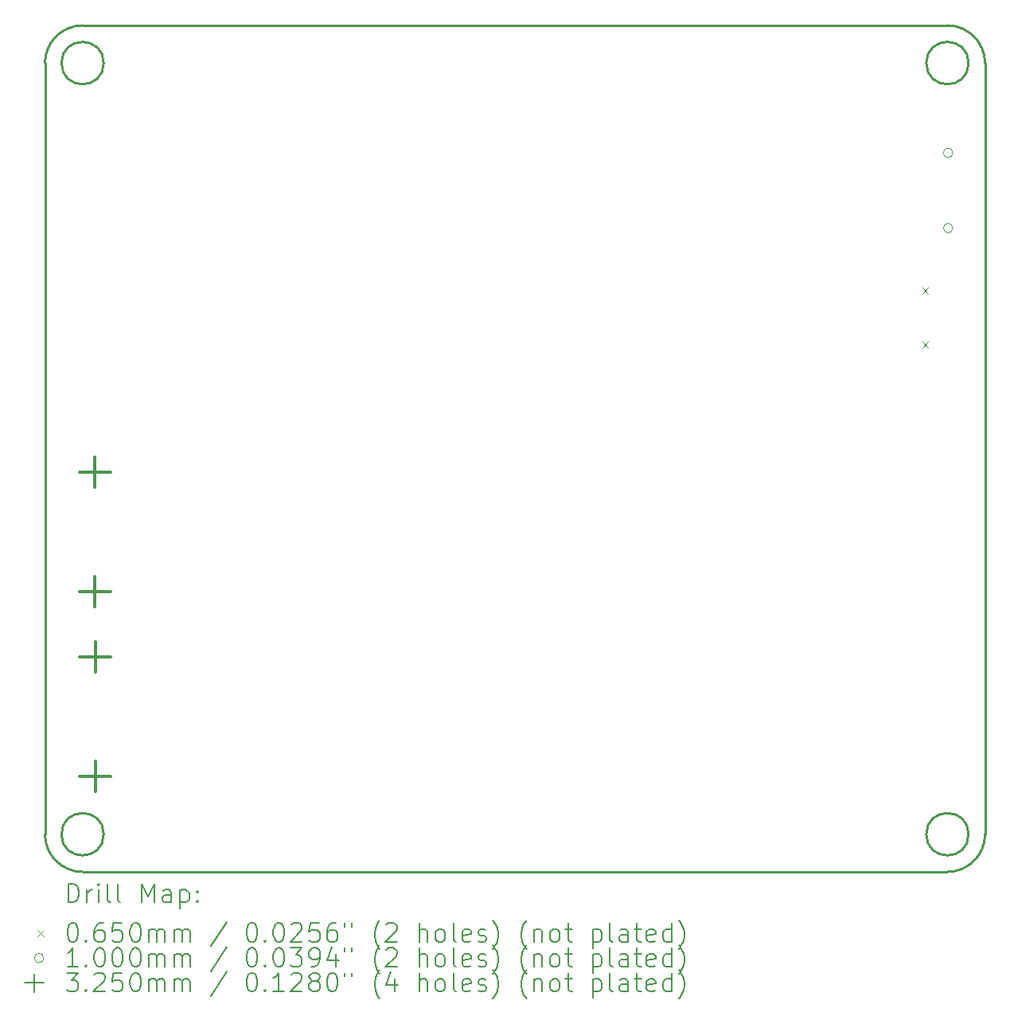
<source format=gbr>
%TF.GenerationSoftware,KiCad,Pcbnew,8.0.4*%
%TF.CreationDate,2024-08-16T23:53:02-05:00*%
%TF.ProjectId,BatteryCo,42617474-6572-4794-936f-2e6b69636164,rev?*%
%TF.SameCoordinates,Original*%
%TF.FileFunction,Drillmap*%
%TF.FilePolarity,Positive*%
%FSLAX45Y45*%
G04 Gerber Fmt 4.5, Leading zero omitted, Abs format (unit mm)*
G04 Created by KiCad (PCBNEW 8.0.4) date 2024-08-16 23:53:02*
%MOMM*%
%LPD*%
G01*
G04 APERTURE LIST*
%ADD10C,0.250000*%
%ADD11C,0.200000*%
%ADD12C,0.100000*%
%ADD13C,0.325000*%
G04 APERTURE END LIST*
D10*
X14825000Y-4953000D02*
G75*
G02*
X14375000Y-4953000I-225000J0D01*
G01*
X14375000Y-4953000D02*
G75*
G02*
X14825000Y-4953000I225000J0D01*
G01*
X5400000Y-13553000D02*
G75*
G02*
X5000000Y-13153000I0J400000D01*
G01*
X5400000Y-13553000D02*
X14600000Y-13553000D01*
X14825000Y-13153000D02*
G75*
G02*
X14375000Y-13153000I-225000J0D01*
G01*
X14375000Y-13153000D02*
G75*
G02*
X14825000Y-13153000I225000J0D01*
G01*
X5000000Y-4953000D02*
G75*
G02*
X5400000Y-4553000I400000J0D01*
G01*
X5625000Y-4953000D02*
G75*
G02*
X5175000Y-4953000I-225000J0D01*
G01*
X5175000Y-4953000D02*
G75*
G02*
X5625000Y-4953000I225000J0D01*
G01*
X15000000Y-13153000D02*
X15000000Y-4953000D01*
X5625000Y-13153000D02*
G75*
G02*
X5175000Y-13153000I-225000J0D01*
G01*
X5175000Y-13153000D02*
G75*
G02*
X5625000Y-13153000I225000J0D01*
G01*
X5000000Y-4953000D02*
X5000000Y-13153000D01*
X14600000Y-4553000D02*
X5400000Y-4553000D01*
X14600000Y-4553000D02*
G75*
G02*
X15000000Y-4953000I0J-400000D01*
G01*
X15000000Y-13153000D02*
G75*
G02*
X14600000Y-13553000I-400000J0D01*
G01*
D11*
D12*
X14332500Y-7340500D02*
X14397500Y-7405500D01*
X14397500Y-7340500D02*
X14332500Y-7405500D01*
X14332500Y-7918500D02*
X14397500Y-7983500D01*
X14397500Y-7918500D02*
X14332500Y-7983500D01*
X14657000Y-5907000D02*
G75*
G02*
X14557000Y-5907000I-50000J0D01*
G01*
X14557000Y-5907000D02*
G75*
G02*
X14657000Y-5907000I50000J0D01*
G01*
X14657000Y-6707000D02*
G75*
G02*
X14557000Y-6707000I-50000J0D01*
G01*
X14557000Y-6707000D02*
G75*
G02*
X14657000Y-6707000I50000J0D01*
G01*
D13*
X5532200Y-9142100D02*
X5532200Y-9467100D01*
X5369700Y-9304600D02*
X5694700Y-9304600D01*
X5532200Y-10412100D02*
X5532200Y-10737100D01*
X5369700Y-10574600D02*
X5694700Y-10574600D01*
X5533400Y-11102980D02*
X5533400Y-11427980D01*
X5370900Y-11265480D02*
X5695900Y-11265480D01*
X5533400Y-12372980D02*
X5533400Y-12697980D01*
X5370900Y-12535480D02*
X5695900Y-12535480D01*
D11*
X5248277Y-13876984D02*
X5248277Y-13676984D01*
X5248277Y-13676984D02*
X5295896Y-13676984D01*
X5295896Y-13676984D02*
X5324467Y-13686508D01*
X5324467Y-13686508D02*
X5343515Y-13705555D01*
X5343515Y-13705555D02*
X5353039Y-13724603D01*
X5353039Y-13724603D02*
X5362563Y-13762698D01*
X5362563Y-13762698D02*
X5362563Y-13791269D01*
X5362563Y-13791269D02*
X5353039Y-13829365D01*
X5353039Y-13829365D02*
X5343515Y-13848412D01*
X5343515Y-13848412D02*
X5324467Y-13867460D01*
X5324467Y-13867460D02*
X5295896Y-13876984D01*
X5295896Y-13876984D02*
X5248277Y-13876984D01*
X5448277Y-13876984D02*
X5448277Y-13743650D01*
X5448277Y-13781746D02*
X5457801Y-13762698D01*
X5457801Y-13762698D02*
X5467324Y-13753174D01*
X5467324Y-13753174D02*
X5486372Y-13743650D01*
X5486372Y-13743650D02*
X5505420Y-13743650D01*
X5572086Y-13876984D02*
X5572086Y-13743650D01*
X5572086Y-13676984D02*
X5562563Y-13686508D01*
X5562563Y-13686508D02*
X5572086Y-13696031D01*
X5572086Y-13696031D02*
X5581610Y-13686508D01*
X5581610Y-13686508D02*
X5572086Y-13676984D01*
X5572086Y-13676984D02*
X5572086Y-13696031D01*
X5695896Y-13876984D02*
X5676848Y-13867460D01*
X5676848Y-13867460D02*
X5667324Y-13848412D01*
X5667324Y-13848412D02*
X5667324Y-13676984D01*
X5800658Y-13876984D02*
X5781610Y-13867460D01*
X5781610Y-13867460D02*
X5772086Y-13848412D01*
X5772086Y-13848412D02*
X5772086Y-13676984D01*
X6029229Y-13876984D02*
X6029229Y-13676984D01*
X6029229Y-13676984D02*
X6095896Y-13819841D01*
X6095896Y-13819841D02*
X6162562Y-13676984D01*
X6162562Y-13676984D02*
X6162562Y-13876984D01*
X6343515Y-13876984D02*
X6343515Y-13772222D01*
X6343515Y-13772222D02*
X6333991Y-13753174D01*
X6333991Y-13753174D02*
X6314943Y-13743650D01*
X6314943Y-13743650D02*
X6276848Y-13743650D01*
X6276848Y-13743650D02*
X6257801Y-13753174D01*
X6343515Y-13867460D02*
X6324467Y-13876984D01*
X6324467Y-13876984D02*
X6276848Y-13876984D01*
X6276848Y-13876984D02*
X6257801Y-13867460D01*
X6257801Y-13867460D02*
X6248277Y-13848412D01*
X6248277Y-13848412D02*
X6248277Y-13829365D01*
X6248277Y-13829365D02*
X6257801Y-13810317D01*
X6257801Y-13810317D02*
X6276848Y-13800793D01*
X6276848Y-13800793D02*
X6324467Y-13800793D01*
X6324467Y-13800793D02*
X6343515Y-13791269D01*
X6438753Y-13743650D02*
X6438753Y-13943650D01*
X6438753Y-13753174D02*
X6457801Y-13743650D01*
X6457801Y-13743650D02*
X6495896Y-13743650D01*
X6495896Y-13743650D02*
X6514943Y-13753174D01*
X6514943Y-13753174D02*
X6524467Y-13762698D01*
X6524467Y-13762698D02*
X6533991Y-13781746D01*
X6533991Y-13781746D02*
X6533991Y-13838888D01*
X6533991Y-13838888D02*
X6524467Y-13857936D01*
X6524467Y-13857936D02*
X6514943Y-13867460D01*
X6514943Y-13867460D02*
X6495896Y-13876984D01*
X6495896Y-13876984D02*
X6457801Y-13876984D01*
X6457801Y-13876984D02*
X6438753Y-13867460D01*
X6619705Y-13857936D02*
X6629229Y-13867460D01*
X6629229Y-13867460D02*
X6619705Y-13876984D01*
X6619705Y-13876984D02*
X6610182Y-13867460D01*
X6610182Y-13867460D02*
X6619705Y-13857936D01*
X6619705Y-13857936D02*
X6619705Y-13876984D01*
X6619705Y-13753174D02*
X6629229Y-13762698D01*
X6629229Y-13762698D02*
X6619705Y-13772222D01*
X6619705Y-13772222D02*
X6610182Y-13762698D01*
X6610182Y-13762698D02*
X6619705Y-13753174D01*
X6619705Y-13753174D02*
X6619705Y-13772222D01*
D12*
X4922500Y-14173000D02*
X4987500Y-14238000D01*
X4987500Y-14173000D02*
X4922500Y-14238000D01*
D11*
X5286372Y-14096984D02*
X5305420Y-14096984D01*
X5305420Y-14096984D02*
X5324467Y-14106508D01*
X5324467Y-14106508D02*
X5333991Y-14116031D01*
X5333991Y-14116031D02*
X5343515Y-14135079D01*
X5343515Y-14135079D02*
X5353039Y-14173174D01*
X5353039Y-14173174D02*
X5353039Y-14220793D01*
X5353039Y-14220793D02*
X5343515Y-14258888D01*
X5343515Y-14258888D02*
X5333991Y-14277936D01*
X5333991Y-14277936D02*
X5324467Y-14287460D01*
X5324467Y-14287460D02*
X5305420Y-14296984D01*
X5305420Y-14296984D02*
X5286372Y-14296984D01*
X5286372Y-14296984D02*
X5267324Y-14287460D01*
X5267324Y-14287460D02*
X5257801Y-14277936D01*
X5257801Y-14277936D02*
X5248277Y-14258888D01*
X5248277Y-14258888D02*
X5238753Y-14220793D01*
X5238753Y-14220793D02*
X5238753Y-14173174D01*
X5238753Y-14173174D02*
X5248277Y-14135079D01*
X5248277Y-14135079D02*
X5257801Y-14116031D01*
X5257801Y-14116031D02*
X5267324Y-14106508D01*
X5267324Y-14106508D02*
X5286372Y-14096984D01*
X5438753Y-14277936D02*
X5448277Y-14287460D01*
X5448277Y-14287460D02*
X5438753Y-14296984D01*
X5438753Y-14296984D02*
X5429229Y-14287460D01*
X5429229Y-14287460D02*
X5438753Y-14277936D01*
X5438753Y-14277936D02*
X5438753Y-14296984D01*
X5619705Y-14096984D02*
X5581610Y-14096984D01*
X5581610Y-14096984D02*
X5562563Y-14106508D01*
X5562563Y-14106508D02*
X5553039Y-14116031D01*
X5553039Y-14116031D02*
X5533991Y-14144603D01*
X5533991Y-14144603D02*
X5524467Y-14182698D01*
X5524467Y-14182698D02*
X5524467Y-14258888D01*
X5524467Y-14258888D02*
X5533991Y-14277936D01*
X5533991Y-14277936D02*
X5543515Y-14287460D01*
X5543515Y-14287460D02*
X5562563Y-14296984D01*
X5562563Y-14296984D02*
X5600658Y-14296984D01*
X5600658Y-14296984D02*
X5619705Y-14287460D01*
X5619705Y-14287460D02*
X5629229Y-14277936D01*
X5629229Y-14277936D02*
X5638753Y-14258888D01*
X5638753Y-14258888D02*
X5638753Y-14211269D01*
X5638753Y-14211269D02*
X5629229Y-14192222D01*
X5629229Y-14192222D02*
X5619705Y-14182698D01*
X5619705Y-14182698D02*
X5600658Y-14173174D01*
X5600658Y-14173174D02*
X5562563Y-14173174D01*
X5562563Y-14173174D02*
X5543515Y-14182698D01*
X5543515Y-14182698D02*
X5533991Y-14192222D01*
X5533991Y-14192222D02*
X5524467Y-14211269D01*
X5819705Y-14096984D02*
X5724467Y-14096984D01*
X5724467Y-14096984D02*
X5714943Y-14192222D01*
X5714943Y-14192222D02*
X5724467Y-14182698D01*
X5724467Y-14182698D02*
X5743515Y-14173174D01*
X5743515Y-14173174D02*
X5791134Y-14173174D01*
X5791134Y-14173174D02*
X5810182Y-14182698D01*
X5810182Y-14182698D02*
X5819705Y-14192222D01*
X5819705Y-14192222D02*
X5829229Y-14211269D01*
X5829229Y-14211269D02*
X5829229Y-14258888D01*
X5829229Y-14258888D02*
X5819705Y-14277936D01*
X5819705Y-14277936D02*
X5810182Y-14287460D01*
X5810182Y-14287460D02*
X5791134Y-14296984D01*
X5791134Y-14296984D02*
X5743515Y-14296984D01*
X5743515Y-14296984D02*
X5724467Y-14287460D01*
X5724467Y-14287460D02*
X5714943Y-14277936D01*
X5953039Y-14096984D02*
X5972086Y-14096984D01*
X5972086Y-14096984D02*
X5991134Y-14106508D01*
X5991134Y-14106508D02*
X6000658Y-14116031D01*
X6000658Y-14116031D02*
X6010182Y-14135079D01*
X6010182Y-14135079D02*
X6019705Y-14173174D01*
X6019705Y-14173174D02*
X6019705Y-14220793D01*
X6019705Y-14220793D02*
X6010182Y-14258888D01*
X6010182Y-14258888D02*
X6000658Y-14277936D01*
X6000658Y-14277936D02*
X5991134Y-14287460D01*
X5991134Y-14287460D02*
X5972086Y-14296984D01*
X5972086Y-14296984D02*
X5953039Y-14296984D01*
X5953039Y-14296984D02*
X5933991Y-14287460D01*
X5933991Y-14287460D02*
X5924467Y-14277936D01*
X5924467Y-14277936D02*
X5914943Y-14258888D01*
X5914943Y-14258888D02*
X5905420Y-14220793D01*
X5905420Y-14220793D02*
X5905420Y-14173174D01*
X5905420Y-14173174D02*
X5914943Y-14135079D01*
X5914943Y-14135079D02*
X5924467Y-14116031D01*
X5924467Y-14116031D02*
X5933991Y-14106508D01*
X5933991Y-14106508D02*
X5953039Y-14096984D01*
X6105420Y-14296984D02*
X6105420Y-14163650D01*
X6105420Y-14182698D02*
X6114943Y-14173174D01*
X6114943Y-14173174D02*
X6133991Y-14163650D01*
X6133991Y-14163650D02*
X6162563Y-14163650D01*
X6162563Y-14163650D02*
X6181610Y-14173174D01*
X6181610Y-14173174D02*
X6191134Y-14192222D01*
X6191134Y-14192222D02*
X6191134Y-14296984D01*
X6191134Y-14192222D02*
X6200658Y-14173174D01*
X6200658Y-14173174D02*
X6219705Y-14163650D01*
X6219705Y-14163650D02*
X6248277Y-14163650D01*
X6248277Y-14163650D02*
X6267324Y-14173174D01*
X6267324Y-14173174D02*
X6276848Y-14192222D01*
X6276848Y-14192222D02*
X6276848Y-14296984D01*
X6372086Y-14296984D02*
X6372086Y-14163650D01*
X6372086Y-14182698D02*
X6381610Y-14173174D01*
X6381610Y-14173174D02*
X6400658Y-14163650D01*
X6400658Y-14163650D02*
X6429229Y-14163650D01*
X6429229Y-14163650D02*
X6448277Y-14173174D01*
X6448277Y-14173174D02*
X6457801Y-14192222D01*
X6457801Y-14192222D02*
X6457801Y-14296984D01*
X6457801Y-14192222D02*
X6467324Y-14173174D01*
X6467324Y-14173174D02*
X6486372Y-14163650D01*
X6486372Y-14163650D02*
X6514943Y-14163650D01*
X6514943Y-14163650D02*
X6533991Y-14173174D01*
X6533991Y-14173174D02*
X6543515Y-14192222D01*
X6543515Y-14192222D02*
X6543515Y-14296984D01*
X6933991Y-14087460D02*
X6762563Y-14344603D01*
X7191134Y-14096984D02*
X7210182Y-14096984D01*
X7210182Y-14096984D02*
X7229229Y-14106508D01*
X7229229Y-14106508D02*
X7238753Y-14116031D01*
X7238753Y-14116031D02*
X7248277Y-14135079D01*
X7248277Y-14135079D02*
X7257801Y-14173174D01*
X7257801Y-14173174D02*
X7257801Y-14220793D01*
X7257801Y-14220793D02*
X7248277Y-14258888D01*
X7248277Y-14258888D02*
X7238753Y-14277936D01*
X7238753Y-14277936D02*
X7229229Y-14287460D01*
X7229229Y-14287460D02*
X7210182Y-14296984D01*
X7210182Y-14296984D02*
X7191134Y-14296984D01*
X7191134Y-14296984D02*
X7172086Y-14287460D01*
X7172086Y-14287460D02*
X7162563Y-14277936D01*
X7162563Y-14277936D02*
X7153039Y-14258888D01*
X7153039Y-14258888D02*
X7143515Y-14220793D01*
X7143515Y-14220793D02*
X7143515Y-14173174D01*
X7143515Y-14173174D02*
X7153039Y-14135079D01*
X7153039Y-14135079D02*
X7162563Y-14116031D01*
X7162563Y-14116031D02*
X7172086Y-14106508D01*
X7172086Y-14106508D02*
X7191134Y-14096984D01*
X7343515Y-14277936D02*
X7353039Y-14287460D01*
X7353039Y-14287460D02*
X7343515Y-14296984D01*
X7343515Y-14296984D02*
X7333991Y-14287460D01*
X7333991Y-14287460D02*
X7343515Y-14277936D01*
X7343515Y-14277936D02*
X7343515Y-14296984D01*
X7476848Y-14096984D02*
X7495896Y-14096984D01*
X7495896Y-14096984D02*
X7514944Y-14106508D01*
X7514944Y-14106508D02*
X7524467Y-14116031D01*
X7524467Y-14116031D02*
X7533991Y-14135079D01*
X7533991Y-14135079D02*
X7543515Y-14173174D01*
X7543515Y-14173174D02*
X7543515Y-14220793D01*
X7543515Y-14220793D02*
X7533991Y-14258888D01*
X7533991Y-14258888D02*
X7524467Y-14277936D01*
X7524467Y-14277936D02*
X7514944Y-14287460D01*
X7514944Y-14287460D02*
X7495896Y-14296984D01*
X7495896Y-14296984D02*
X7476848Y-14296984D01*
X7476848Y-14296984D02*
X7457801Y-14287460D01*
X7457801Y-14287460D02*
X7448277Y-14277936D01*
X7448277Y-14277936D02*
X7438753Y-14258888D01*
X7438753Y-14258888D02*
X7429229Y-14220793D01*
X7429229Y-14220793D02*
X7429229Y-14173174D01*
X7429229Y-14173174D02*
X7438753Y-14135079D01*
X7438753Y-14135079D02*
X7448277Y-14116031D01*
X7448277Y-14116031D02*
X7457801Y-14106508D01*
X7457801Y-14106508D02*
X7476848Y-14096984D01*
X7619706Y-14116031D02*
X7629229Y-14106508D01*
X7629229Y-14106508D02*
X7648277Y-14096984D01*
X7648277Y-14096984D02*
X7695896Y-14096984D01*
X7695896Y-14096984D02*
X7714944Y-14106508D01*
X7714944Y-14106508D02*
X7724467Y-14116031D01*
X7724467Y-14116031D02*
X7733991Y-14135079D01*
X7733991Y-14135079D02*
X7733991Y-14154127D01*
X7733991Y-14154127D02*
X7724467Y-14182698D01*
X7724467Y-14182698D02*
X7610182Y-14296984D01*
X7610182Y-14296984D02*
X7733991Y-14296984D01*
X7914944Y-14096984D02*
X7819706Y-14096984D01*
X7819706Y-14096984D02*
X7810182Y-14192222D01*
X7810182Y-14192222D02*
X7819706Y-14182698D01*
X7819706Y-14182698D02*
X7838753Y-14173174D01*
X7838753Y-14173174D02*
X7886372Y-14173174D01*
X7886372Y-14173174D02*
X7905420Y-14182698D01*
X7905420Y-14182698D02*
X7914944Y-14192222D01*
X7914944Y-14192222D02*
X7924467Y-14211269D01*
X7924467Y-14211269D02*
X7924467Y-14258888D01*
X7924467Y-14258888D02*
X7914944Y-14277936D01*
X7914944Y-14277936D02*
X7905420Y-14287460D01*
X7905420Y-14287460D02*
X7886372Y-14296984D01*
X7886372Y-14296984D02*
X7838753Y-14296984D01*
X7838753Y-14296984D02*
X7819706Y-14287460D01*
X7819706Y-14287460D02*
X7810182Y-14277936D01*
X8095896Y-14096984D02*
X8057801Y-14096984D01*
X8057801Y-14096984D02*
X8038753Y-14106508D01*
X8038753Y-14106508D02*
X8029229Y-14116031D01*
X8029229Y-14116031D02*
X8010182Y-14144603D01*
X8010182Y-14144603D02*
X8000658Y-14182698D01*
X8000658Y-14182698D02*
X8000658Y-14258888D01*
X8000658Y-14258888D02*
X8010182Y-14277936D01*
X8010182Y-14277936D02*
X8019706Y-14287460D01*
X8019706Y-14287460D02*
X8038753Y-14296984D01*
X8038753Y-14296984D02*
X8076848Y-14296984D01*
X8076848Y-14296984D02*
X8095896Y-14287460D01*
X8095896Y-14287460D02*
X8105420Y-14277936D01*
X8105420Y-14277936D02*
X8114944Y-14258888D01*
X8114944Y-14258888D02*
X8114944Y-14211269D01*
X8114944Y-14211269D02*
X8105420Y-14192222D01*
X8105420Y-14192222D02*
X8095896Y-14182698D01*
X8095896Y-14182698D02*
X8076848Y-14173174D01*
X8076848Y-14173174D02*
X8038753Y-14173174D01*
X8038753Y-14173174D02*
X8019706Y-14182698D01*
X8019706Y-14182698D02*
X8010182Y-14192222D01*
X8010182Y-14192222D02*
X8000658Y-14211269D01*
X8191134Y-14096984D02*
X8191134Y-14135079D01*
X8267325Y-14096984D02*
X8267325Y-14135079D01*
X8562563Y-14373174D02*
X8553039Y-14363650D01*
X8553039Y-14363650D02*
X8533991Y-14335079D01*
X8533991Y-14335079D02*
X8524468Y-14316031D01*
X8524468Y-14316031D02*
X8514944Y-14287460D01*
X8514944Y-14287460D02*
X8505420Y-14239841D01*
X8505420Y-14239841D02*
X8505420Y-14201746D01*
X8505420Y-14201746D02*
X8514944Y-14154127D01*
X8514944Y-14154127D02*
X8524468Y-14125555D01*
X8524468Y-14125555D02*
X8533991Y-14106508D01*
X8533991Y-14106508D02*
X8553039Y-14077936D01*
X8553039Y-14077936D02*
X8562563Y-14068412D01*
X8629230Y-14116031D02*
X8638753Y-14106508D01*
X8638753Y-14106508D02*
X8657801Y-14096984D01*
X8657801Y-14096984D02*
X8705420Y-14096984D01*
X8705420Y-14096984D02*
X8724468Y-14106508D01*
X8724468Y-14106508D02*
X8733991Y-14116031D01*
X8733991Y-14116031D02*
X8743515Y-14135079D01*
X8743515Y-14135079D02*
X8743515Y-14154127D01*
X8743515Y-14154127D02*
X8733991Y-14182698D01*
X8733991Y-14182698D02*
X8619706Y-14296984D01*
X8619706Y-14296984D02*
X8743515Y-14296984D01*
X8981611Y-14296984D02*
X8981611Y-14096984D01*
X9067325Y-14296984D02*
X9067325Y-14192222D01*
X9067325Y-14192222D02*
X9057801Y-14173174D01*
X9057801Y-14173174D02*
X9038753Y-14163650D01*
X9038753Y-14163650D02*
X9010182Y-14163650D01*
X9010182Y-14163650D02*
X8991134Y-14173174D01*
X8991134Y-14173174D02*
X8981611Y-14182698D01*
X9191134Y-14296984D02*
X9172087Y-14287460D01*
X9172087Y-14287460D02*
X9162563Y-14277936D01*
X9162563Y-14277936D02*
X9153039Y-14258888D01*
X9153039Y-14258888D02*
X9153039Y-14201746D01*
X9153039Y-14201746D02*
X9162563Y-14182698D01*
X9162563Y-14182698D02*
X9172087Y-14173174D01*
X9172087Y-14173174D02*
X9191134Y-14163650D01*
X9191134Y-14163650D02*
X9219706Y-14163650D01*
X9219706Y-14163650D02*
X9238753Y-14173174D01*
X9238753Y-14173174D02*
X9248277Y-14182698D01*
X9248277Y-14182698D02*
X9257801Y-14201746D01*
X9257801Y-14201746D02*
X9257801Y-14258888D01*
X9257801Y-14258888D02*
X9248277Y-14277936D01*
X9248277Y-14277936D02*
X9238753Y-14287460D01*
X9238753Y-14287460D02*
X9219706Y-14296984D01*
X9219706Y-14296984D02*
X9191134Y-14296984D01*
X9372087Y-14296984D02*
X9353039Y-14287460D01*
X9353039Y-14287460D02*
X9343515Y-14268412D01*
X9343515Y-14268412D02*
X9343515Y-14096984D01*
X9524468Y-14287460D02*
X9505420Y-14296984D01*
X9505420Y-14296984D02*
X9467325Y-14296984D01*
X9467325Y-14296984D02*
X9448277Y-14287460D01*
X9448277Y-14287460D02*
X9438753Y-14268412D01*
X9438753Y-14268412D02*
X9438753Y-14192222D01*
X9438753Y-14192222D02*
X9448277Y-14173174D01*
X9448277Y-14173174D02*
X9467325Y-14163650D01*
X9467325Y-14163650D02*
X9505420Y-14163650D01*
X9505420Y-14163650D02*
X9524468Y-14173174D01*
X9524468Y-14173174D02*
X9533992Y-14192222D01*
X9533992Y-14192222D02*
X9533992Y-14211269D01*
X9533992Y-14211269D02*
X9438753Y-14230317D01*
X9610182Y-14287460D02*
X9629230Y-14296984D01*
X9629230Y-14296984D02*
X9667325Y-14296984D01*
X9667325Y-14296984D02*
X9686373Y-14287460D01*
X9686373Y-14287460D02*
X9695896Y-14268412D01*
X9695896Y-14268412D02*
X9695896Y-14258888D01*
X9695896Y-14258888D02*
X9686373Y-14239841D01*
X9686373Y-14239841D02*
X9667325Y-14230317D01*
X9667325Y-14230317D02*
X9638753Y-14230317D01*
X9638753Y-14230317D02*
X9619706Y-14220793D01*
X9619706Y-14220793D02*
X9610182Y-14201746D01*
X9610182Y-14201746D02*
X9610182Y-14192222D01*
X9610182Y-14192222D02*
X9619706Y-14173174D01*
X9619706Y-14173174D02*
X9638753Y-14163650D01*
X9638753Y-14163650D02*
X9667325Y-14163650D01*
X9667325Y-14163650D02*
X9686373Y-14173174D01*
X9762563Y-14373174D02*
X9772087Y-14363650D01*
X9772087Y-14363650D02*
X9791134Y-14335079D01*
X9791134Y-14335079D02*
X9800658Y-14316031D01*
X9800658Y-14316031D02*
X9810182Y-14287460D01*
X9810182Y-14287460D02*
X9819706Y-14239841D01*
X9819706Y-14239841D02*
X9819706Y-14201746D01*
X9819706Y-14201746D02*
X9810182Y-14154127D01*
X9810182Y-14154127D02*
X9800658Y-14125555D01*
X9800658Y-14125555D02*
X9791134Y-14106508D01*
X9791134Y-14106508D02*
X9772087Y-14077936D01*
X9772087Y-14077936D02*
X9762563Y-14068412D01*
X10124468Y-14373174D02*
X10114944Y-14363650D01*
X10114944Y-14363650D02*
X10095896Y-14335079D01*
X10095896Y-14335079D02*
X10086373Y-14316031D01*
X10086373Y-14316031D02*
X10076849Y-14287460D01*
X10076849Y-14287460D02*
X10067325Y-14239841D01*
X10067325Y-14239841D02*
X10067325Y-14201746D01*
X10067325Y-14201746D02*
X10076849Y-14154127D01*
X10076849Y-14154127D02*
X10086373Y-14125555D01*
X10086373Y-14125555D02*
X10095896Y-14106508D01*
X10095896Y-14106508D02*
X10114944Y-14077936D01*
X10114944Y-14077936D02*
X10124468Y-14068412D01*
X10200658Y-14163650D02*
X10200658Y-14296984D01*
X10200658Y-14182698D02*
X10210182Y-14173174D01*
X10210182Y-14173174D02*
X10229230Y-14163650D01*
X10229230Y-14163650D02*
X10257801Y-14163650D01*
X10257801Y-14163650D02*
X10276849Y-14173174D01*
X10276849Y-14173174D02*
X10286373Y-14192222D01*
X10286373Y-14192222D02*
X10286373Y-14296984D01*
X10410182Y-14296984D02*
X10391134Y-14287460D01*
X10391134Y-14287460D02*
X10381611Y-14277936D01*
X10381611Y-14277936D02*
X10372087Y-14258888D01*
X10372087Y-14258888D02*
X10372087Y-14201746D01*
X10372087Y-14201746D02*
X10381611Y-14182698D01*
X10381611Y-14182698D02*
X10391134Y-14173174D01*
X10391134Y-14173174D02*
X10410182Y-14163650D01*
X10410182Y-14163650D02*
X10438754Y-14163650D01*
X10438754Y-14163650D02*
X10457801Y-14173174D01*
X10457801Y-14173174D02*
X10467325Y-14182698D01*
X10467325Y-14182698D02*
X10476849Y-14201746D01*
X10476849Y-14201746D02*
X10476849Y-14258888D01*
X10476849Y-14258888D02*
X10467325Y-14277936D01*
X10467325Y-14277936D02*
X10457801Y-14287460D01*
X10457801Y-14287460D02*
X10438754Y-14296984D01*
X10438754Y-14296984D02*
X10410182Y-14296984D01*
X10533992Y-14163650D02*
X10610182Y-14163650D01*
X10562563Y-14096984D02*
X10562563Y-14268412D01*
X10562563Y-14268412D02*
X10572087Y-14287460D01*
X10572087Y-14287460D02*
X10591134Y-14296984D01*
X10591134Y-14296984D02*
X10610182Y-14296984D01*
X10829230Y-14163650D02*
X10829230Y-14363650D01*
X10829230Y-14173174D02*
X10848277Y-14163650D01*
X10848277Y-14163650D02*
X10886373Y-14163650D01*
X10886373Y-14163650D02*
X10905420Y-14173174D01*
X10905420Y-14173174D02*
X10914944Y-14182698D01*
X10914944Y-14182698D02*
X10924468Y-14201746D01*
X10924468Y-14201746D02*
X10924468Y-14258888D01*
X10924468Y-14258888D02*
X10914944Y-14277936D01*
X10914944Y-14277936D02*
X10905420Y-14287460D01*
X10905420Y-14287460D02*
X10886373Y-14296984D01*
X10886373Y-14296984D02*
X10848277Y-14296984D01*
X10848277Y-14296984D02*
X10829230Y-14287460D01*
X11038754Y-14296984D02*
X11019706Y-14287460D01*
X11019706Y-14287460D02*
X11010182Y-14268412D01*
X11010182Y-14268412D02*
X11010182Y-14096984D01*
X11200658Y-14296984D02*
X11200658Y-14192222D01*
X11200658Y-14192222D02*
X11191134Y-14173174D01*
X11191134Y-14173174D02*
X11172087Y-14163650D01*
X11172087Y-14163650D02*
X11133992Y-14163650D01*
X11133992Y-14163650D02*
X11114944Y-14173174D01*
X11200658Y-14287460D02*
X11181611Y-14296984D01*
X11181611Y-14296984D02*
X11133992Y-14296984D01*
X11133992Y-14296984D02*
X11114944Y-14287460D01*
X11114944Y-14287460D02*
X11105420Y-14268412D01*
X11105420Y-14268412D02*
X11105420Y-14249365D01*
X11105420Y-14249365D02*
X11114944Y-14230317D01*
X11114944Y-14230317D02*
X11133992Y-14220793D01*
X11133992Y-14220793D02*
X11181611Y-14220793D01*
X11181611Y-14220793D02*
X11200658Y-14211269D01*
X11267325Y-14163650D02*
X11343515Y-14163650D01*
X11295896Y-14096984D02*
X11295896Y-14268412D01*
X11295896Y-14268412D02*
X11305420Y-14287460D01*
X11305420Y-14287460D02*
X11324468Y-14296984D01*
X11324468Y-14296984D02*
X11343515Y-14296984D01*
X11486373Y-14287460D02*
X11467325Y-14296984D01*
X11467325Y-14296984D02*
X11429230Y-14296984D01*
X11429230Y-14296984D02*
X11410182Y-14287460D01*
X11410182Y-14287460D02*
X11400658Y-14268412D01*
X11400658Y-14268412D02*
X11400658Y-14192222D01*
X11400658Y-14192222D02*
X11410182Y-14173174D01*
X11410182Y-14173174D02*
X11429230Y-14163650D01*
X11429230Y-14163650D02*
X11467325Y-14163650D01*
X11467325Y-14163650D02*
X11486373Y-14173174D01*
X11486373Y-14173174D02*
X11495896Y-14192222D01*
X11495896Y-14192222D02*
X11495896Y-14211269D01*
X11495896Y-14211269D02*
X11400658Y-14230317D01*
X11667325Y-14296984D02*
X11667325Y-14096984D01*
X11667325Y-14287460D02*
X11648277Y-14296984D01*
X11648277Y-14296984D02*
X11610182Y-14296984D01*
X11610182Y-14296984D02*
X11591134Y-14287460D01*
X11591134Y-14287460D02*
X11581611Y-14277936D01*
X11581611Y-14277936D02*
X11572087Y-14258888D01*
X11572087Y-14258888D02*
X11572087Y-14201746D01*
X11572087Y-14201746D02*
X11581611Y-14182698D01*
X11581611Y-14182698D02*
X11591134Y-14173174D01*
X11591134Y-14173174D02*
X11610182Y-14163650D01*
X11610182Y-14163650D02*
X11648277Y-14163650D01*
X11648277Y-14163650D02*
X11667325Y-14173174D01*
X11743515Y-14373174D02*
X11753039Y-14363650D01*
X11753039Y-14363650D02*
X11772087Y-14335079D01*
X11772087Y-14335079D02*
X11781611Y-14316031D01*
X11781611Y-14316031D02*
X11791134Y-14287460D01*
X11791134Y-14287460D02*
X11800658Y-14239841D01*
X11800658Y-14239841D02*
X11800658Y-14201746D01*
X11800658Y-14201746D02*
X11791134Y-14154127D01*
X11791134Y-14154127D02*
X11781611Y-14125555D01*
X11781611Y-14125555D02*
X11772087Y-14106508D01*
X11772087Y-14106508D02*
X11753039Y-14077936D01*
X11753039Y-14077936D02*
X11743515Y-14068412D01*
D12*
X4987500Y-14469500D02*
G75*
G02*
X4887500Y-14469500I-50000J0D01*
G01*
X4887500Y-14469500D02*
G75*
G02*
X4987500Y-14469500I50000J0D01*
G01*
D11*
X5353039Y-14560984D02*
X5238753Y-14560984D01*
X5295896Y-14560984D02*
X5295896Y-14360984D01*
X5295896Y-14360984D02*
X5276848Y-14389555D01*
X5276848Y-14389555D02*
X5257801Y-14408603D01*
X5257801Y-14408603D02*
X5238753Y-14418127D01*
X5438753Y-14541936D02*
X5448277Y-14551460D01*
X5448277Y-14551460D02*
X5438753Y-14560984D01*
X5438753Y-14560984D02*
X5429229Y-14551460D01*
X5429229Y-14551460D02*
X5438753Y-14541936D01*
X5438753Y-14541936D02*
X5438753Y-14560984D01*
X5572086Y-14360984D02*
X5591134Y-14360984D01*
X5591134Y-14360984D02*
X5610182Y-14370508D01*
X5610182Y-14370508D02*
X5619705Y-14380031D01*
X5619705Y-14380031D02*
X5629229Y-14399079D01*
X5629229Y-14399079D02*
X5638753Y-14437174D01*
X5638753Y-14437174D02*
X5638753Y-14484793D01*
X5638753Y-14484793D02*
X5629229Y-14522888D01*
X5629229Y-14522888D02*
X5619705Y-14541936D01*
X5619705Y-14541936D02*
X5610182Y-14551460D01*
X5610182Y-14551460D02*
X5591134Y-14560984D01*
X5591134Y-14560984D02*
X5572086Y-14560984D01*
X5572086Y-14560984D02*
X5553039Y-14551460D01*
X5553039Y-14551460D02*
X5543515Y-14541936D01*
X5543515Y-14541936D02*
X5533991Y-14522888D01*
X5533991Y-14522888D02*
X5524467Y-14484793D01*
X5524467Y-14484793D02*
X5524467Y-14437174D01*
X5524467Y-14437174D02*
X5533991Y-14399079D01*
X5533991Y-14399079D02*
X5543515Y-14380031D01*
X5543515Y-14380031D02*
X5553039Y-14370508D01*
X5553039Y-14370508D02*
X5572086Y-14360984D01*
X5762562Y-14360984D02*
X5781610Y-14360984D01*
X5781610Y-14360984D02*
X5800658Y-14370508D01*
X5800658Y-14370508D02*
X5810182Y-14380031D01*
X5810182Y-14380031D02*
X5819705Y-14399079D01*
X5819705Y-14399079D02*
X5829229Y-14437174D01*
X5829229Y-14437174D02*
X5829229Y-14484793D01*
X5829229Y-14484793D02*
X5819705Y-14522888D01*
X5819705Y-14522888D02*
X5810182Y-14541936D01*
X5810182Y-14541936D02*
X5800658Y-14551460D01*
X5800658Y-14551460D02*
X5781610Y-14560984D01*
X5781610Y-14560984D02*
X5762562Y-14560984D01*
X5762562Y-14560984D02*
X5743515Y-14551460D01*
X5743515Y-14551460D02*
X5733991Y-14541936D01*
X5733991Y-14541936D02*
X5724467Y-14522888D01*
X5724467Y-14522888D02*
X5714943Y-14484793D01*
X5714943Y-14484793D02*
X5714943Y-14437174D01*
X5714943Y-14437174D02*
X5724467Y-14399079D01*
X5724467Y-14399079D02*
X5733991Y-14380031D01*
X5733991Y-14380031D02*
X5743515Y-14370508D01*
X5743515Y-14370508D02*
X5762562Y-14360984D01*
X5953039Y-14360984D02*
X5972086Y-14360984D01*
X5972086Y-14360984D02*
X5991134Y-14370508D01*
X5991134Y-14370508D02*
X6000658Y-14380031D01*
X6000658Y-14380031D02*
X6010182Y-14399079D01*
X6010182Y-14399079D02*
X6019705Y-14437174D01*
X6019705Y-14437174D02*
X6019705Y-14484793D01*
X6019705Y-14484793D02*
X6010182Y-14522888D01*
X6010182Y-14522888D02*
X6000658Y-14541936D01*
X6000658Y-14541936D02*
X5991134Y-14551460D01*
X5991134Y-14551460D02*
X5972086Y-14560984D01*
X5972086Y-14560984D02*
X5953039Y-14560984D01*
X5953039Y-14560984D02*
X5933991Y-14551460D01*
X5933991Y-14551460D02*
X5924467Y-14541936D01*
X5924467Y-14541936D02*
X5914943Y-14522888D01*
X5914943Y-14522888D02*
X5905420Y-14484793D01*
X5905420Y-14484793D02*
X5905420Y-14437174D01*
X5905420Y-14437174D02*
X5914943Y-14399079D01*
X5914943Y-14399079D02*
X5924467Y-14380031D01*
X5924467Y-14380031D02*
X5933991Y-14370508D01*
X5933991Y-14370508D02*
X5953039Y-14360984D01*
X6105420Y-14560984D02*
X6105420Y-14427650D01*
X6105420Y-14446698D02*
X6114943Y-14437174D01*
X6114943Y-14437174D02*
X6133991Y-14427650D01*
X6133991Y-14427650D02*
X6162563Y-14427650D01*
X6162563Y-14427650D02*
X6181610Y-14437174D01*
X6181610Y-14437174D02*
X6191134Y-14456222D01*
X6191134Y-14456222D02*
X6191134Y-14560984D01*
X6191134Y-14456222D02*
X6200658Y-14437174D01*
X6200658Y-14437174D02*
X6219705Y-14427650D01*
X6219705Y-14427650D02*
X6248277Y-14427650D01*
X6248277Y-14427650D02*
X6267324Y-14437174D01*
X6267324Y-14437174D02*
X6276848Y-14456222D01*
X6276848Y-14456222D02*
X6276848Y-14560984D01*
X6372086Y-14560984D02*
X6372086Y-14427650D01*
X6372086Y-14446698D02*
X6381610Y-14437174D01*
X6381610Y-14437174D02*
X6400658Y-14427650D01*
X6400658Y-14427650D02*
X6429229Y-14427650D01*
X6429229Y-14427650D02*
X6448277Y-14437174D01*
X6448277Y-14437174D02*
X6457801Y-14456222D01*
X6457801Y-14456222D02*
X6457801Y-14560984D01*
X6457801Y-14456222D02*
X6467324Y-14437174D01*
X6467324Y-14437174D02*
X6486372Y-14427650D01*
X6486372Y-14427650D02*
X6514943Y-14427650D01*
X6514943Y-14427650D02*
X6533991Y-14437174D01*
X6533991Y-14437174D02*
X6543515Y-14456222D01*
X6543515Y-14456222D02*
X6543515Y-14560984D01*
X6933991Y-14351460D02*
X6762563Y-14608603D01*
X7191134Y-14360984D02*
X7210182Y-14360984D01*
X7210182Y-14360984D02*
X7229229Y-14370508D01*
X7229229Y-14370508D02*
X7238753Y-14380031D01*
X7238753Y-14380031D02*
X7248277Y-14399079D01*
X7248277Y-14399079D02*
X7257801Y-14437174D01*
X7257801Y-14437174D02*
X7257801Y-14484793D01*
X7257801Y-14484793D02*
X7248277Y-14522888D01*
X7248277Y-14522888D02*
X7238753Y-14541936D01*
X7238753Y-14541936D02*
X7229229Y-14551460D01*
X7229229Y-14551460D02*
X7210182Y-14560984D01*
X7210182Y-14560984D02*
X7191134Y-14560984D01*
X7191134Y-14560984D02*
X7172086Y-14551460D01*
X7172086Y-14551460D02*
X7162563Y-14541936D01*
X7162563Y-14541936D02*
X7153039Y-14522888D01*
X7153039Y-14522888D02*
X7143515Y-14484793D01*
X7143515Y-14484793D02*
X7143515Y-14437174D01*
X7143515Y-14437174D02*
X7153039Y-14399079D01*
X7153039Y-14399079D02*
X7162563Y-14380031D01*
X7162563Y-14380031D02*
X7172086Y-14370508D01*
X7172086Y-14370508D02*
X7191134Y-14360984D01*
X7343515Y-14541936D02*
X7353039Y-14551460D01*
X7353039Y-14551460D02*
X7343515Y-14560984D01*
X7343515Y-14560984D02*
X7333991Y-14551460D01*
X7333991Y-14551460D02*
X7343515Y-14541936D01*
X7343515Y-14541936D02*
X7343515Y-14560984D01*
X7476848Y-14360984D02*
X7495896Y-14360984D01*
X7495896Y-14360984D02*
X7514944Y-14370508D01*
X7514944Y-14370508D02*
X7524467Y-14380031D01*
X7524467Y-14380031D02*
X7533991Y-14399079D01*
X7533991Y-14399079D02*
X7543515Y-14437174D01*
X7543515Y-14437174D02*
X7543515Y-14484793D01*
X7543515Y-14484793D02*
X7533991Y-14522888D01*
X7533991Y-14522888D02*
X7524467Y-14541936D01*
X7524467Y-14541936D02*
X7514944Y-14551460D01*
X7514944Y-14551460D02*
X7495896Y-14560984D01*
X7495896Y-14560984D02*
X7476848Y-14560984D01*
X7476848Y-14560984D02*
X7457801Y-14551460D01*
X7457801Y-14551460D02*
X7448277Y-14541936D01*
X7448277Y-14541936D02*
X7438753Y-14522888D01*
X7438753Y-14522888D02*
X7429229Y-14484793D01*
X7429229Y-14484793D02*
X7429229Y-14437174D01*
X7429229Y-14437174D02*
X7438753Y-14399079D01*
X7438753Y-14399079D02*
X7448277Y-14380031D01*
X7448277Y-14380031D02*
X7457801Y-14370508D01*
X7457801Y-14370508D02*
X7476848Y-14360984D01*
X7610182Y-14360984D02*
X7733991Y-14360984D01*
X7733991Y-14360984D02*
X7667325Y-14437174D01*
X7667325Y-14437174D02*
X7695896Y-14437174D01*
X7695896Y-14437174D02*
X7714944Y-14446698D01*
X7714944Y-14446698D02*
X7724467Y-14456222D01*
X7724467Y-14456222D02*
X7733991Y-14475269D01*
X7733991Y-14475269D02*
X7733991Y-14522888D01*
X7733991Y-14522888D02*
X7724467Y-14541936D01*
X7724467Y-14541936D02*
X7714944Y-14551460D01*
X7714944Y-14551460D02*
X7695896Y-14560984D01*
X7695896Y-14560984D02*
X7638753Y-14560984D01*
X7638753Y-14560984D02*
X7619706Y-14551460D01*
X7619706Y-14551460D02*
X7610182Y-14541936D01*
X7829229Y-14560984D02*
X7867325Y-14560984D01*
X7867325Y-14560984D02*
X7886372Y-14551460D01*
X7886372Y-14551460D02*
X7895896Y-14541936D01*
X7895896Y-14541936D02*
X7914944Y-14513365D01*
X7914944Y-14513365D02*
X7924467Y-14475269D01*
X7924467Y-14475269D02*
X7924467Y-14399079D01*
X7924467Y-14399079D02*
X7914944Y-14380031D01*
X7914944Y-14380031D02*
X7905420Y-14370508D01*
X7905420Y-14370508D02*
X7886372Y-14360984D01*
X7886372Y-14360984D02*
X7848277Y-14360984D01*
X7848277Y-14360984D02*
X7829229Y-14370508D01*
X7829229Y-14370508D02*
X7819706Y-14380031D01*
X7819706Y-14380031D02*
X7810182Y-14399079D01*
X7810182Y-14399079D02*
X7810182Y-14446698D01*
X7810182Y-14446698D02*
X7819706Y-14465746D01*
X7819706Y-14465746D02*
X7829229Y-14475269D01*
X7829229Y-14475269D02*
X7848277Y-14484793D01*
X7848277Y-14484793D02*
X7886372Y-14484793D01*
X7886372Y-14484793D02*
X7905420Y-14475269D01*
X7905420Y-14475269D02*
X7914944Y-14465746D01*
X7914944Y-14465746D02*
X7924467Y-14446698D01*
X8095896Y-14427650D02*
X8095896Y-14560984D01*
X8048277Y-14351460D02*
X8000658Y-14494317D01*
X8000658Y-14494317D02*
X8124467Y-14494317D01*
X8191134Y-14360984D02*
X8191134Y-14399079D01*
X8267325Y-14360984D02*
X8267325Y-14399079D01*
X8562563Y-14637174D02*
X8553039Y-14627650D01*
X8553039Y-14627650D02*
X8533991Y-14599079D01*
X8533991Y-14599079D02*
X8524468Y-14580031D01*
X8524468Y-14580031D02*
X8514944Y-14551460D01*
X8514944Y-14551460D02*
X8505420Y-14503841D01*
X8505420Y-14503841D02*
X8505420Y-14465746D01*
X8505420Y-14465746D02*
X8514944Y-14418127D01*
X8514944Y-14418127D02*
X8524468Y-14389555D01*
X8524468Y-14389555D02*
X8533991Y-14370508D01*
X8533991Y-14370508D02*
X8553039Y-14341936D01*
X8553039Y-14341936D02*
X8562563Y-14332412D01*
X8629230Y-14380031D02*
X8638753Y-14370508D01*
X8638753Y-14370508D02*
X8657801Y-14360984D01*
X8657801Y-14360984D02*
X8705420Y-14360984D01*
X8705420Y-14360984D02*
X8724468Y-14370508D01*
X8724468Y-14370508D02*
X8733991Y-14380031D01*
X8733991Y-14380031D02*
X8743515Y-14399079D01*
X8743515Y-14399079D02*
X8743515Y-14418127D01*
X8743515Y-14418127D02*
X8733991Y-14446698D01*
X8733991Y-14446698D02*
X8619706Y-14560984D01*
X8619706Y-14560984D02*
X8743515Y-14560984D01*
X8981611Y-14560984D02*
X8981611Y-14360984D01*
X9067325Y-14560984D02*
X9067325Y-14456222D01*
X9067325Y-14456222D02*
X9057801Y-14437174D01*
X9057801Y-14437174D02*
X9038753Y-14427650D01*
X9038753Y-14427650D02*
X9010182Y-14427650D01*
X9010182Y-14427650D02*
X8991134Y-14437174D01*
X8991134Y-14437174D02*
X8981611Y-14446698D01*
X9191134Y-14560984D02*
X9172087Y-14551460D01*
X9172087Y-14551460D02*
X9162563Y-14541936D01*
X9162563Y-14541936D02*
X9153039Y-14522888D01*
X9153039Y-14522888D02*
X9153039Y-14465746D01*
X9153039Y-14465746D02*
X9162563Y-14446698D01*
X9162563Y-14446698D02*
X9172087Y-14437174D01*
X9172087Y-14437174D02*
X9191134Y-14427650D01*
X9191134Y-14427650D02*
X9219706Y-14427650D01*
X9219706Y-14427650D02*
X9238753Y-14437174D01*
X9238753Y-14437174D02*
X9248277Y-14446698D01*
X9248277Y-14446698D02*
X9257801Y-14465746D01*
X9257801Y-14465746D02*
X9257801Y-14522888D01*
X9257801Y-14522888D02*
X9248277Y-14541936D01*
X9248277Y-14541936D02*
X9238753Y-14551460D01*
X9238753Y-14551460D02*
X9219706Y-14560984D01*
X9219706Y-14560984D02*
X9191134Y-14560984D01*
X9372087Y-14560984D02*
X9353039Y-14551460D01*
X9353039Y-14551460D02*
X9343515Y-14532412D01*
X9343515Y-14532412D02*
X9343515Y-14360984D01*
X9524468Y-14551460D02*
X9505420Y-14560984D01*
X9505420Y-14560984D02*
X9467325Y-14560984D01*
X9467325Y-14560984D02*
X9448277Y-14551460D01*
X9448277Y-14551460D02*
X9438753Y-14532412D01*
X9438753Y-14532412D02*
X9438753Y-14456222D01*
X9438753Y-14456222D02*
X9448277Y-14437174D01*
X9448277Y-14437174D02*
X9467325Y-14427650D01*
X9467325Y-14427650D02*
X9505420Y-14427650D01*
X9505420Y-14427650D02*
X9524468Y-14437174D01*
X9524468Y-14437174D02*
X9533992Y-14456222D01*
X9533992Y-14456222D02*
X9533992Y-14475269D01*
X9533992Y-14475269D02*
X9438753Y-14494317D01*
X9610182Y-14551460D02*
X9629230Y-14560984D01*
X9629230Y-14560984D02*
X9667325Y-14560984D01*
X9667325Y-14560984D02*
X9686373Y-14551460D01*
X9686373Y-14551460D02*
X9695896Y-14532412D01*
X9695896Y-14532412D02*
X9695896Y-14522888D01*
X9695896Y-14522888D02*
X9686373Y-14503841D01*
X9686373Y-14503841D02*
X9667325Y-14494317D01*
X9667325Y-14494317D02*
X9638753Y-14494317D01*
X9638753Y-14494317D02*
X9619706Y-14484793D01*
X9619706Y-14484793D02*
X9610182Y-14465746D01*
X9610182Y-14465746D02*
X9610182Y-14456222D01*
X9610182Y-14456222D02*
X9619706Y-14437174D01*
X9619706Y-14437174D02*
X9638753Y-14427650D01*
X9638753Y-14427650D02*
X9667325Y-14427650D01*
X9667325Y-14427650D02*
X9686373Y-14437174D01*
X9762563Y-14637174D02*
X9772087Y-14627650D01*
X9772087Y-14627650D02*
X9791134Y-14599079D01*
X9791134Y-14599079D02*
X9800658Y-14580031D01*
X9800658Y-14580031D02*
X9810182Y-14551460D01*
X9810182Y-14551460D02*
X9819706Y-14503841D01*
X9819706Y-14503841D02*
X9819706Y-14465746D01*
X9819706Y-14465746D02*
X9810182Y-14418127D01*
X9810182Y-14418127D02*
X9800658Y-14389555D01*
X9800658Y-14389555D02*
X9791134Y-14370508D01*
X9791134Y-14370508D02*
X9772087Y-14341936D01*
X9772087Y-14341936D02*
X9762563Y-14332412D01*
X10124468Y-14637174D02*
X10114944Y-14627650D01*
X10114944Y-14627650D02*
X10095896Y-14599079D01*
X10095896Y-14599079D02*
X10086373Y-14580031D01*
X10086373Y-14580031D02*
X10076849Y-14551460D01*
X10076849Y-14551460D02*
X10067325Y-14503841D01*
X10067325Y-14503841D02*
X10067325Y-14465746D01*
X10067325Y-14465746D02*
X10076849Y-14418127D01*
X10076849Y-14418127D02*
X10086373Y-14389555D01*
X10086373Y-14389555D02*
X10095896Y-14370508D01*
X10095896Y-14370508D02*
X10114944Y-14341936D01*
X10114944Y-14341936D02*
X10124468Y-14332412D01*
X10200658Y-14427650D02*
X10200658Y-14560984D01*
X10200658Y-14446698D02*
X10210182Y-14437174D01*
X10210182Y-14437174D02*
X10229230Y-14427650D01*
X10229230Y-14427650D02*
X10257801Y-14427650D01*
X10257801Y-14427650D02*
X10276849Y-14437174D01*
X10276849Y-14437174D02*
X10286373Y-14456222D01*
X10286373Y-14456222D02*
X10286373Y-14560984D01*
X10410182Y-14560984D02*
X10391134Y-14551460D01*
X10391134Y-14551460D02*
X10381611Y-14541936D01*
X10381611Y-14541936D02*
X10372087Y-14522888D01*
X10372087Y-14522888D02*
X10372087Y-14465746D01*
X10372087Y-14465746D02*
X10381611Y-14446698D01*
X10381611Y-14446698D02*
X10391134Y-14437174D01*
X10391134Y-14437174D02*
X10410182Y-14427650D01*
X10410182Y-14427650D02*
X10438754Y-14427650D01*
X10438754Y-14427650D02*
X10457801Y-14437174D01*
X10457801Y-14437174D02*
X10467325Y-14446698D01*
X10467325Y-14446698D02*
X10476849Y-14465746D01*
X10476849Y-14465746D02*
X10476849Y-14522888D01*
X10476849Y-14522888D02*
X10467325Y-14541936D01*
X10467325Y-14541936D02*
X10457801Y-14551460D01*
X10457801Y-14551460D02*
X10438754Y-14560984D01*
X10438754Y-14560984D02*
X10410182Y-14560984D01*
X10533992Y-14427650D02*
X10610182Y-14427650D01*
X10562563Y-14360984D02*
X10562563Y-14532412D01*
X10562563Y-14532412D02*
X10572087Y-14551460D01*
X10572087Y-14551460D02*
X10591134Y-14560984D01*
X10591134Y-14560984D02*
X10610182Y-14560984D01*
X10829230Y-14427650D02*
X10829230Y-14627650D01*
X10829230Y-14437174D02*
X10848277Y-14427650D01*
X10848277Y-14427650D02*
X10886373Y-14427650D01*
X10886373Y-14427650D02*
X10905420Y-14437174D01*
X10905420Y-14437174D02*
X10914944Y-14446698D01*
X10914944Y-14446698D02*
X10924468Y-14465746D01*
X10924468Y-14465746D02*
X10924468Y-14522888D01*
X10924468Y-14522888D02*
X10914944Y-14541936D01*
X10914944Y-14541936D02*
X10905420Y-14551460D01*
X10905420Y-14551460D02*
X10886373Y-14560984D01*
X10886373Y-14560984D02*
X10848277Y-14560984D01*
X10848277Y-14560984D02*
X10829230Y-14551460D01*
X11038754Y-14560984D02*
X11019706Y-14551460D01*
X11019706Y-14551460D02*
X11010182Y-14532412D01*
X11010182Y-14532412D02*
X11010182Y-14360984D01*
X11200658Y-14560984D02*
X11200658Y-14456222D01*
X11200658Y-14456222D02*
X11191134Y-14437174D01*
X11191134Y-14437174D02*
X11172087Y-14427650D01*
X11172087Y-14427650D02*
X11133992Y-14427650D01*
X11133992Y-14427650D02*
X11114944Y-14437174D01*
X11200658Y-14551460D02*
X11181611Y-14560984D01*
X11181611Y-14560984D02*
X11133992Y-14560984D01*
X11133992Y-14560984D02*
X11114944Y-14551460D01*
X11114944Y-14551460D02*
X11105420Y-14532412D01*
X11105420Y-14532412D02*
X11105420Y-14513365D01*
X11105420Y-14513365D02*
X11114944Y-14494317D01*
X11114944Y-14494317D02*
X11133992Y-14484793D01*
X11133992Y-14484793D02*
X11181611Y-14484793D01*
X11181611Y-14484793D02*
X11200658Y-14475269D01*
X11267325Y-14427650D02*
X11343515Y-14427650D01*
X11295896Y-14360984D02*
X11295896Y-14532412D01*
X11295896Y-14532412D02*
X11305420Y-14551460D01*
X11305420Y-14551460D02*
X11324468Y-14560984D01*
X11324468Y-14560984D02*
X11343515Y-14560984D01*
X11486373Y-14551460D02*
X11467325Y-14560984D01*
X11467325Y-14560984D02*
X11429230Y-14560984D01*
X11429230Y-14560984D02*
X11410182Y-14551460D01*
X11410182Y-14551460D02*
X11400658Y-14532412D01*
X11400658Y-14532412D02*
X11400658Y-14456222D01*
X11400658Y-14456222D02*
X11410182Y-14437174D01*
X11410182Y-14437174D02*
X11429230Y-14427650D01*
X11429230Y-14427650D02*
X11467325Y-14427650D01*
X11467325Y-14427650D02*
X11486373Y-14437174D01*
X11486373Y-14437174D02*
X11495896Y-14456222D01*
X11495896Y-14456222D02*
X11495896Y-14475269D01*
X11495896Y-14475269D02*
X11400658Y-14494317D01*
X11667325Y-14560984D02*
X11667325Y-14360984D01*
X11667325Y-14551460D02*
X11648277Y-14560984D01*
X11648277Y-14560984D02*
X11610182Y-14560984D01*
X11610182Y-14560984D02*
X11591134Y-14551460D01*
X11591134Y-14551460D02*
X11581611Y-14541936D01*
X11581611Y-14541936D02*
X11572087Y-14522888D01*
X11572087Y-14522888D02*
X11572087Y-14465746D01*
X11572087Y-14465746D02*
X11581611Y-14446698D01*
X11581611Y-14446698D02*
X11591134Y-14437174D01*
X11591134Y-14437174D02*
X11610182Y-14427650D01*
X11610182Y-14427650D02*
X11648277Y-14427650D01*
X11648277Y-14427650D02*
X11667325Y-14437174D01*
X11743515Y-14637174D02*
X11753039Y-14627650D01*
X11753039Y-14627650D02*
X11772087Y-14599079D01*
X11772087Y-14599079D02*
X11781611Y-14580031D01*
X11781611Y-14580031D02*
X11791134Y-14551460D01*
X11791134Y-14551460D02*
X11800658Y-14503841D01*
X11800658Y-14503841D02*
X11800658Y-14465746D01*
X11800658Y-14465746D02*
X11791134Y-14418127D01*
X11791134Y-14418127D02*
X11781611Y-14389555D01*
X11781611Y-14389555D02*
X11772087Y-14370508D01*
X11772087Y-14370508D02*
X11753039Y-14341936D01*
X11753039Y-14341936D02*
X11743515Y-14332412D01*
X4887500Y-14633500D02*
X4887500Y-14833500D01*
X4787500Y-14733500D02*
X4987500Y-14733500D01*
X5229229Y-14624984D02*
X5353039Y-14624984D01*
X5353039Y-14624984D02*
X5286372Y-14701174D01*
X5286372Y-14701174D02*
X5314944Y-14701174D01*
X5314944Y-14701174D02*
X5333991Y-14710698D01*
X5333991Y-14710698D02*
X5343515Y-14720222D01*
X5343515Y-14720222D02*
X5353039Y-14739269D01*
X5353039Y-14739269D02*
X5353039Y-14786888D01*
X5353039Y-14786888D02*
X5343515Y-14805936D01*
X5343515Y-14805936D02*
X5333991Y-14815460D01*
X5333991Y-14815460D02*
X5314944Y-14824984D01*
X5314944Y-14824984D02*
X5257801Y-14824984D01*
X5257801Y-14824984D02*
X5238753Y-14815460D01*
X5238753Y-14815460D02*
X5229229Y-14805936D01*
X5438753Y-14805936D02*
X5448277Y-14815460D01*
X5448277Y-14815460D02*
X5438753Y-14824984D01*
X5438753Y-14824984D02*
X5429229Y-14815460D01*
X5429229Y-14815460D02*
X5438753Y-14805936D01*
X5438753Y-14805936D02*
X5438753Y-14824984D01*
X5524467Y-14644031D02*
X5533991Y-14634508D01*
X5533991Y-14634508D02*
X5553039Y-14624984D01*
X5553039Y-14624984D02*
X5600658Y-14624984D01*
X5600658Y-14624984D02*
X5619705Y-14634508D01*
X5619705Y-14634508D02*
X5629229Y-14644031D01*
X5629229Y-14644031D02*
X5638753Y-14663079D01*
X5638753Y-14663079D02*
X5638753Y-14682127D01*
X5638753Y-14682127D02*
X5629229Y-14710698D01*
X5629229Y-14710698D02*
X5514944Y-14824984D01*
X5514944Y-14824984D02*
X5638753Y-14824984D01*
X5819705Y-14624984D02*
X5724467Y-14624984D01*
X5724467Y-14624984D02*
X5714943Y-14720222D01*
X5714943Y-14720222D02*
X5724467Y-14710698D01*
X5724467Y-14710698D02*
X5743515Y-14701174D01*
X5743515Y-14701174D02*
X5791134Y-14701174D01*
X5791134Y-14701174D02*
X5810182Y-14710698D01*
X5810182Y-14710698D02*
X5819705Y-14720222D01*
X5819705Y-14720222D02*
X5829229Y-14739269D01*
X5829229Y-14739269D02*
X5829229Y-14786888D01*
X5829229Y-14786888D02*
X5819705Y-14805936D01*
X5819705Y-14805936D02*
X5810182Y-14815460D01*
X5810182Y-14815460D02*
X5791134Y-14824984D01*
X5791134Y-14824984D02*
X5743515Y-14824984D01*
X5743515Y-14824984D02*
X5724467Y-14815460D01*
X5724467Y-14815460D02*
X5714943Y-14805936D01*
X5953039Y-14624984D02*
X5972086Y-14624984D01*
X5972086Y-14624984D02*
X5991134Y-14634508D01*
X5991134Y-14634508D02*
X6000658Y-14644031D01*
X6000658Y-14644031D02*
X6010182Y-14663079D01*
X6010182Y-14663079D02*
X6019705Y-14701174D01*
X6019705Y-14701174D02*
X6019705Y-14748793D01*
X6019705Y-14748793D02*
X6010182Y-14786888D01*
X6010182Y-14786888D02*
X6000658Y-14805936D01*
X6000658Y-14805936D02*
X5991134Y-14815460D01*
X5991134Y-14815460D02*
X5972086Y-14824984D01*
X5972086Y-14824984D02*
X5953039Y-14824984D01*
X5953039Y-14824984D02*
X5933991Y-14815460D01*
X5933991Y-14815460D02*
X5924467Y-14805936D01*
X5924467Y-14805936D02*
X5914943Y-14786888D01*
X5914943Y-14786888D02*
X5905420Y-14748793D01*
X5905420Y-14748793D02*
X5905420Y-14701174D01*
X5905420Y-14701174D02*
X5914943Y-14663079D01*
X5914943Y-14663079D02*
X5924467Y-14644031D01*
X5924467Y-14644031D02*
X5933991Y-14634508D01*
X5933991Y-14634508D02*
X5953039Y-14624984D01*
X6105420Y-14824984D02*
X6105420Y-14691650D01*
X6105420Y-14710698D02*
X6114943Y-14701174D01*
X6114943Y-14701174D02*
X6133991Y-14691650D01*
X6133991Y-14691650D02*
X6162563Y-14691650D01*
X6162563Y-14691650D02*
X6181610Y-14701174D01*
X6181610Y-14701174D02*
X6191134Y-14720222D01*
X6191134Y-14720222D02*
X6191134Y-14824984D01*
X6191134Y-14720222D02*
X6200658Y-14701174D01*
X6200658Y-14701174D02*
X6219705Y-14691650D01*
X6219705Y-14691650D02*
X6248277Y-14691650D01*
X6248277Y-14691650D02*
X6267324Y-14701174D01*
X6267324Y-14701174D02*
X6276848Y-14720222D01*
X6276848Y-14720222D02*
X6276848Y-14824984D01*
X6372086Y-14824984D02*
X6372086Y-14691650D01*
X6372086Y-14710698D02*
X6381610Y-14701174D01*
X6381610Y-14701174D02*
X6400658Y-14691650D01*
X6400658Y-14691650D02*
X6429229Y-14691650D01*
X6429229Y-14691650D02*
X6448277Y-14701174D01*
X6448277Y-14701174D02*
X6457801Y-14720222D01*
X6457801Y-14720222D02*
X6457801Y-14824984D01*
X6457801Y-14720222D02*
X6467324Y-14701174D01*
X6467324Y-14701174D02*
X6486372Y-14691650D01*
X6486372Y-14691650D02*
X6514943Y-14691650D01*
X6514943Y-14691650D02*
X6533991Y-14701174D01*
X6533991Y-14701174D02*
X6543515Y-14720222D01*
X6543515Y-14720222D02*
X6543515Y-14824984D01*
X6933991Y-14615460D02*
X6762563Y-14872603D01*
X7191134Y-14624984D02*
X7210182Y-14624984D01*
X7210182Y-14624984D02*
X7229229Y-14634508D01*
X7229229Y-14634508D02*
X7238753Y-14644031D01*
X7238753Y-14644031D02*
X7248277Y-14663079D01*
X7248277Y-14663079D02*
X7257801Y-14701174D01*
X7257801Y-14701174D02*
X7257801Y-14748793D01*
X7257801Y-14748793D02*
X7248277Y-14786888D01*
X7248277Y-14786888D02*
X7238753Y-14805936D01*
X7238753Y-14805936D02*
X7229229Y-14815460D01*
X7229229Y-14815460D02*
X7210182Y-14824984D01*
X7210182Y-14824984D02*
X7191134Y-14824984D01*
X7191134Y-14824984D02*
X7172086Y-14815460D01*
X7172086Y-14815460D02*
X7162563Y-14805936D01*
X7162563Y-14805936D02*
X7153039Y-14786888D01*
X7153039Y-14786888D02*
X7143515Y-14748793D01*
X7143515Y-14748793D02*
X7143515Y-14701174D01*
X7143515Y-14701174D02*
X7153039Y-14663079D01*
X7153039Y-14663079D02*
X7162563Y-14644031D01*
X7162563Y-14644031D02*
X7172086Y-14634508D01*
X7172086Y-14634508D02*
X7191134Y-14624984D01*
X7343515Y-14805936D02*
X7353039Y-14815460D01*
X7353039Y-14815460D02*
X7343515Y-14824984D01*
X7343515Y-14824984D02*
X7333991Y-14815460D01*
X7333991Y-14815460D02*
X7343515Y-14805936D01*
X7343515Y-14805936D02*
X7343515Y-14824984D01*
X7543515Y-14824984D02*
X7429229Y-14824984D01*
X7486372Y-14824984D02*
X7486372Y-14624984D01*
X7486372Y-14624984D02*
X7467325Y-14653555D01*
X7467325Y-14653555D02*
X7448277Y-14672603D01*
X7448277Y-14672603D02*
X7429229Y-14682127D01*
X7619706Y-14644031D02*
X7629229Y-14634508D01*
X7629229Y-14634508D02*
X7648277Y-14624984D01*
X7648277Y-14624984D02*
X7695896Y-14624984D01*
X7695896Y-14624984D02*
X7714944Y-14634508D01*
X7714944Y-14634508D02*
X7724467Y-14644031D01*
X7724467Y-14644031D02*
X7733991Y-14663079D01*
X7733991Y-14663079D02*
X7733991Y-14682127D01*
X7733991Y-14682127D02*
X7724467Y-14710698D01*
X7724467Y-14710698D02*
X7610182Y-14824984D01*
X7610182Y-14824984D02*
X7733991Y-14824984D01*
X7848277Y-14710698D02*
X7829229Y-14701174D01*
X7829229Y-14701174D02*
X7819706Y-14691650D01*
X7819706Y-14691650D02*
X7810182Y-14672603D01*
X7810182Y-14672603D02*
X7810182Y-14663079D01*
X7810182Y-14663079D02*
X7819706Y-14644031D01*
X7819706Y-14644031D02*
X7829229Y-14634508D01*
X7829229Y-14634508D02*
X7848277Y-14624984D01*
X7848277Y-14624984D02*
X7886372Y-14624984D01*
X7886372Y-14624984D02*
X7905420Y-14634508D01*
X7905420Y-14634508D02*
X7914944Y-14644031D01*
X7914944Y-14644031D02*
X7924467Y-14663079D01*
X7924467Y-14663079D02*
X7924467Y-14672603D01*
X7924467Y-14672603D02*
X7914944Y-14691650D01*
X7914944Y-14691650D02*
X7905420Y-14701174D01*
X7905420Y-14701174D02*
X7886372Y-14710698D01*
X7886372Y-14710698D02*
X7848277Y-14710698D01*
X7848277Y-14710698D02*
X7829229Y-14720222D01*
X7829229Y-14720222D02*
X7819706Y-14729746D01*
X7819706Y-14729746D02*
X7810182Y-14748793D01*
X7810182Y-14748793D02*
X7810182Y-14786888D01*
X7810182Y-14786888D02*
X7819706Y-14805936D01*
X7819706Y-14805936D02*
X7829229Y-14815460D01*
X7829229Y-14815460D02*
X7848277Y-14824984D01*
X7848277Y-14824984D02*
X7886372Y-14824984D01*
X7886372Y-14824984D02*
X7905420Y-14815460D01*
X7905420Y-14815460D02*
X7914944Y-14805936D01*
X7914944Y-14805936D02*
X7924467Y-14786888D01*
X7924467Y-14786888D02*
X7924467Y-14748793D01*
X7924467Y-14748793D02*
X7914944Y-14729746D01*
X7914944Y-14729746D02*
X7905420Y-14720222D01*
X7905420Y-14720222D02*
X7886372Y-14710698D01*
X8048277Y-14624984D02*
X8067325Y-14624984D01*
X8067325Y-14624984D02*
X8086372Y-14634508D01*
X8086372Y-14634508D02*
X8095896Y-14644031D01*
X8095896Y-14644031D02*
X8105420Y-14663079D01*
X8105420Y-14663079D02*
X8114944Y-14701174D01*
X8114944Y-14701174D02*
X8114944Y-14748793D01*
X8114944Y-14748793D02*
X8105420Y-14786888D01*
X8105420Y-14786888D02*
X8095896Y-14805936D01*
X8095896Y-14805936D02*
X8086372Y-14815460D01*
X8086372Y-14815460D02*
X8067325Y-14824984D01*
X8067325Y-14824984D02*
X8048277Y-14824984D01*
X8048277Y-14824984D02*
X8029229Y-14815460D01*
X8029229Y-14815460D02*
X8019706Y-14805936D01*
X8019706Y-14805936D02*
X8010182Y-14786888D01*
X8010182Y-14786888D02*
X8000658Y-14748793D01*
X8000658Y-14748793D02*
X8000658Y-14701174D01*
X8000658Y-14701174D02*
X8010182Y-14663079D01*
X8010182Y-14663079D02*
X8019706Y-14644031D01*
X8019706Y-14644031D02*
X8029229Y-14634508D01*
X8029229Y-14634508D02*
X8048277Y-14624984D01*
X8191134Y-14624984D02*
X8191134Y-14663079D01*
X8267325Y-14624984D02*
X8267325Y-14663079D01*
X8562563Y-14901174D02*
X8553039Y-14891650D01*
X8553039Y-14891650D02*
X8533991Y-14863079D01*
X8533991Y-14863079D02*
X8524468Y-14844031D01*
X8524468Y-14844031D02*
X8514944Y-14815460D01*
X8514944Y-14815460D02*
X8505420Y-14767841D01*
X8505420Y-14767841D02*
X8505420Y-14729746D01*
X8505420Y-14729746D02*
X8514944Y-14682127D01*
X8514944Y-14682127D02*
X8524468Y-14653555D01*
X8524468Y-14653555D02*
X8533991Y-14634508D01*
X8533991Y-14634508D02*
X8553039Y-14605936D01*
X8553039Y-14605936D02*
X8562563Y-14596412D01*
X8724468Y-14691650D02*
X8724468Y-14824984D01*
X8676849Y-14615460D02*
X8629230Y-14758317D01*
X8629230Y-14758317D02*
X8753039Y-14758317D01*
X8981611Y-14824984D02*
X8981611Y-14624984D01*
X9067325Y-14824984D02*
X9067325Y-14720222D01*
X9067325Y-14720222D02*
X9057801Y-14701174D01*
X9057801Y-14701174D02*
X9038753Y-14691650D01*
X9038753Y-14691650D02*
X9010182Y-14691650D01*
X9010182Y-14691650D02*
X8991134Y-14701174D01*
X8991134Y-14701174D02*
X8981611Y-14710698D01*
X9191134Y-14824984D02*
X9172087Y-14815460D01*
X9172087Y-14815460D02*
X9162563Y-14805936D01*
X9162563Y-14805936D02*
X9153039Y-14786888D01*
X9153039Y-14786888D02*
X9153039Y-14729746D01*
X9153039Y-14729746D02*
X9162563Y-14710698D01*
X9162563Y-14710698D02*
X9172087Y-14701174D01*
X9172087Y-14701174D02*
X9191134Y-14691650D01*
X9191134Y-14691650D02*
X9219706Y-14691650D01*
X9219706Y-14691650D02*
X9238753Y-14701174D01*
X9238753Y-14701174D02*
X9248277Y-14710698D01*
X9248277Y-14710698D02*
X9257801Y-14729746D01*
X9257801Y-14729746D02*
X9257801Y-14786888D01*
X9257801Y-14786888D02*
X9248277Y-14805936D01*
X9248277Y-14805936D02*
X9238753Y-14815460D01*
X9238753Y-14815460D02*
X9219706Y-14824984D01*
X9219706Y-14824984D02*
X9191134Y-14824984D01*
X9372087Y-14824984D02*
X9353039Y-14815460D01*
X9353039Y-14815460D02*
X9343515Y-14796412D01*
X9343515Y-14796412D02*
X9343515Y-14624984D01*
X9524468Y-14815460D02*
X9505420Y-14824984D01*
X9505420Y-14824984D02*
X9467325Y-14824984D01*
X9467325Y-14824984D02*
X9448277Y-14815460D01*
X9448277Y-14815460D02*
X9438753Y-14796412D01*
X9438753Y-14796412D02*
X9438753Y-14720222D01*
X9438753Y-14720222D02*
X9448277Y-14701174D01*
X9448277Y-14701174D02*
X9467325Y-14691650D01*
X9467325Y-14691650D02*
X9505420Y-14691650D01*
X9505420Y-14691650D02*
X9524468Y-14701174D01*
X9524468Y-14701174D02*
X9533992Y-14720222D01*
X9533992Y-14720222D02*
X9533992Y-14739269D01*
X9533992Y-14739269D02*
X9438753Y-14758317D01*
X9610182Y-14815460D02*
X9629230Y-14824984D01*
X9629230Y-14824984D02*
X9667325Y-14824984D01*
X9667325Y-14824984D02*
X9686373Y-14815460D01*
X9686373Y-14815460D02*
X9695896Y-14796412D01*
X9695896Y-14796412D02*
X9695896Y-14786888D01*
X9695896Y-14786888D02*
X9686373Y-14767841D01*
X9686373Y-14767841D02*
X9667325Y-14758317D01*
X9667325Y-14758317D02*
X9638753Y-14758317D01*
X9638753Y-14758317D02*
X9619706Y-14748793D01*
X9619706Y-14748793D02*
X9610182Y-14729746D01*
X9610182Y-14729746D02*
X9610182Y-14720222D01*
X9610182Y-14720222D02*
X9619706Y-14701174D01*
X9619706Y-14701174D02*
X9638753Y-14691650D01*
X9638753Y-14691650D02*
X9667325Y-14691650D01*
X9667325Y-14691650D02*
X9686373Y-14701174D01*
X9762563Y-14901174D02*
X9772087Y-14891650D01*
X9772087Y-14891650D02*
X9791134Y-14863079D01*
X9791134Y-14863079D02*
X9800658Y-14844031D01*
X9800658Y-14844031D02*
X9810182Y-14815460D01*
X9810182Y-14815460D02*
X9819706Y-14767841D01*
X9819706Y-14767841D02*
X9819706Y-14729746D01*
X9819706Y-14729746D02*
X9810182Y-14682127D01*
X9810182Y-14682127D02*
X9800658Y-14653555D01*
X9800658Y-14653555D02*
X9791134Y-14634508D01*
X9791134Y-14634508D02*
X9772087Y-14605936D01*
X9772087Y-14605936D02*
X9762563Y-14596412D01*
X10124468Y-14901174D02*
X10114944Y-14891650D01*
X10114944Y-14891650D02*
X10095896Y-14863079D01*
X10095896Y-14863079D02*
X10086373Y-14844031D01*
X10086373Y-14844031D02*
X10076849Y-14815460D01*
X10076849Y-14815460D02*
X10067325Y-14767841D01*
X10067325Y-14767841D02*
X10067325Y-14729746D01*
X10067325Y-14729746D02*
X10076849Y-14682127D01*
X10076849Y-14682127D02*
X10086373Y-14653555D01*
X10086373Y-14653555D02*
X10095896Y-14634508D01*
X10095896Y-14634508D02*
X10114944Y-14605936D01*
X10114944Y-14605936D02*
X10124468Y-14596412D01*
X10200658Y-14691650D02*
X10200658Y-14824984D01*
X10200658Y-14710698D02*
X10210182Y-14701174D01*
X10210182Y-14701174D02*
X10229230Y-14691650D01*
X10229230Y-14691650D02*
X10257801Y-14691650D01*
X10257801Y-14691650D02*
X10276849Y-14701174D01*
X10276849Y-14701174D02*
X10286373Y-14720222D01*
X10286373Y-14720222D02*
X10286373Y-14824984D01*
X10410182Y-14824984D02*
X10391134Y-14815460D01*
X10391134Y-14815460D02*
X10381611Y-14805936D01*
X10381611Y-14805936D02*
X10372087Y-14786888D01*
X10372087Y-14786888D02*
X10372087Y-14729746D01*
X10372087Y-14729746D02*
X10381611Y-14710698D01*
X10381611Y-14710698D02*
X10391134Y-14701174D01*
X10391134Y-14701174D02*
X10410182Y-14691650D01*
X10410182Y-14691650D02*
X10438754Y-14691650D01*
X10438754Y-14691650D02*
X10457801Y-14701174D01*
X10457801Y-14701174D02*
X10467325Y-14710698D01*
X10467325Y-14710698D02*
X10476849Y-14729746D01*
X10476849Y-14729746D02*
X10476849Y-14786888D01*
X10476849Y-14786888D02*
X10467325Y-14805936D01*
X10467325Y-14805936D02*
X10457801Y-14815460D01*
X10457801Y-14815460D02*
X10438754Y-14824984D01*
X10438754Y-14824984D02*
X10410182Y-14824984D01*
X10533992Y-14691650D02*
X10610182Y-14691650D01*
X10562563Y-14624984D02*
X10562563Y-14796412D01*
X10562563Y-14796412D02*
X10572087Y-14815460D01*
X10572087Y-14815460D02*
X10591134Y-14824984D01*
X10591134Y-14824984D02*
X10610182Y-14824984D01*
X10829230Y-14691650D02*
X10829230Y-14891650D01*
X10829230Y-14701174D02*
X10848277Y-14691650D01*
X10848277Y-14691650D02*
X10886373Y-14691650D01*
X10886373Y-14691650D02*
X10905420Y-14701174D01*
X10905420Y-14701174D02*
X10914944Y-14710698D01*
X10914944Y-14710698D02*
X10924468Y-14729746D01*
X10924468Y-14729746D02*
X10924468Y-14786888D01*
X10924468Y-14786888D02*
X10914944Y-14805936D01*
X10914944Y-14805936D02*
X10905420Y-14815460D01*
X10905420Y-14815460D02*
X10886373Y-14824984D01*
X10886373Y-14824984D02*
X10848277Y-14824984D01*
X10848277Y-14824984D02*
X10829230Y-14815460D01*
X11038754Y-14824984D02*
X11019706Y-14815460D01*
X11019706Y-14815460D02*
X11010182Y-14796412D01*
X11010182Y-14796412D02*
X11010182Y-14624984D01*
X11200658Y-14824984D02*
X11200658Y-14720222D01*
X11200658Y-14720222D02*
X11191134Y-14701174D01*
X11191134Y-14701174D02*
X11172087Y-14691650D01*
X11172087Y-14691650D02*
X11133992Y-14691650D01*
X11133992Y-14691650D02*
X11114944Y-14701174D01*
X11200658Y-14815460D02*
X11181611Y-14824984D01*
X11181611Y-14824984D02*
X11133992Y-14824984D01*
X11133992Y-14824984D02*
X11114944Y-14815460D01*
X11114944Y-14815460D02*
X11105420Y-14796412D01*
X11105420Y-14796412D02*
X11105420Y-14777365D01*
X11105420Y-14777365D02*
X11114944Y-14758317D01*
X11114944Y-14758317D02*
X11133992Y-14748793D01*
X11133992Y-14748793D02*
X11181611Y-14748793D01*
X11181611Y-14748793D02*
X11200658Y-14739269D01*
X11267325Y-14691650D02*
X11343515Y-14691650D01*
X11295896Y-14624984D02*
X11295896Y-14796412D01*
X11295896Y-14796412D02*
X11305420Y-14815460D01*
X11305420Y-14815460D02*
X11324468Y-14824984D01*
X11324468Y-14824984D02*
X11343515Y-14824984D01*
X11486373Y-14815460D02*
X11467325Y-14824984D01*
X11467325Y-14824984D02*
X11429230Y-14824984D01*
X11429230Y-14824984D02*
X11410182Y-14815460D01*
X11410182Y-14815460D02*
X11400658Y-14796412D01*
X11400658Y-14796412D02*
X11400658Y-14720222D01*
X11400658Y-14720222D02*
X11410182Y-14701174D01*
X11410182Y-14701174D02*
X11429230Y-14691650D01*
X11429230Y-14691650D02*
X11467325Y-14691650D01*
X11467325Y-14691650D02*
X11486373Y-14701174D01*
X11486373Y-14701174D02*
X11495896Y-14720222D01*
X11495896Y-14720222D02*
X11495896Y-14739269D01*
X11495896Y-14739269D02*
X11400658Y-14758317D01*
X11667325Y-14824984D02*
X11667325Y-14624984D01*
X11667325Y-14815460D02*
X11648277Y-14824984D01*
X11648277Y-14824984D02*
X11610182Y-14824984D01*
X11610182Y-14824984D02*
X11591134Y-14815460D01*
X11591134Y-14815460D02*
X11581611Y-14805936D01*
X11581611Y-14805936D02*
X11572087Y-14786888D01*
X11572087Y-14786888D02*
X11572087Y-14729746D01*
X11572087Y-14729746D02*
X11581611Y-14710698D01*
X11581611Y-14710698D02*
X11591134Y-14701174D01*
X11591134Y-14701174D02*
X11610182Y-14691650D01*
X11610182Y-14691650D02*
X11648277Y-14691650D01*
X11648277Y-14691650D02*
X11667325Y-14701174D01*
X11743515Y-14901174D02*
X11753039Y-14891650D01*
X11753039Y-14891650D02*
X11772087Y-14863079D01*
X11772087Y-14863079D02*
X11781611Y-14844031D01*
X11781611Y-14844031D02*
X11791134Y-14815460D01*
X11791134Y-14815460D02*
X11800658Y-14767841D01*
X11800658Y-14767841D02*
X11800658Y-14729746D01*
X11800658Y-14729746D02*
X11791134Y-14682127D01*
X11791134Y-14682127D02*
X11781611Y-14653555D01*
X11781611Y-14653555D02*
X11772087Y-14634508D01*
X11772087Y-14634508D02*
X11753039Y-14605936D01*
X11753039Y-14605936D02*
X11743515Y-14596412D01*
M02*

</source>
